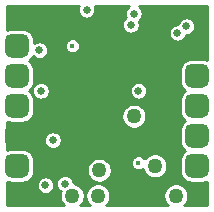
<source format=gbr>
%TF.GenerationSoftware,KiCad,Pcbnew,5.1.8*%
%TF.CreationDate,2020-11-29T14:50:24+01:00*%
%TF.ProjectId,lipo-stamp-proto,6c69706f-2d73-4746-916d-702d70726f74,rev?*%
%TF.SameCoordinates,Original*%
%TF.FileFunction,Copper,L4,Bot*%
%TF.FilePolarity,Positive*%
%FSLAX46Y46*%
G04 Gerber Fmt 4.6, Leading zero omitted, Abs format (unit mm)*
G04 Created by KiCad (PCBNEW 5.1.8) date 2020-11-29 14:50:24*
%MOMM*%
%LPD*%
G01*
G04 APERTURE LIST*
%TA.AperFunction,ViaPad*%
%ADD10C,0.450000*%
%TD*%
%TA.AperFunction,ViaPad*%
%ADD11C,1.270000*%
%TD*%
%TA.AperFunction,ViaPad*%
%ADD12C,0.635000*%
%TD*%
%TA.AperFunction,Conductor*%
%ADD13C,0.254000*%
%TD*%
%TA.AperFunction,Conductor*%
%ADD14C,0.100000*%
%TD*%
G04 APERTURE END LIST*
%TO.P,TP10,1*%
%TO.N,GND*%
%TA.AperFunction,ComponentPad*%
G36*
G01*
X123460000Y-55110000D02*
X123460000Y-54110000D01*
G75*
G02*
X123960000Y-53610000I500000J0D01*
G01*
X124960000Y-53610000D01*
G75*
G02*
X125460000Y-54110000I0J-500000D01*
G01*
X125460000Y-55110000D01*
G75*
G02*
X124960000Y-55610000I-500000J0D01*
G01*
X123960000Y-55610000D01*
G75*
G02*
X123460000Y-55110000I0J500000D01*
G01*
G37*
%TD.AperFunction*%
%TD*%
%TO.P,TP9,1*%
%TO.N,/STAT*%
%TA.AperFunction,ComponentPad*%
G36*
G01*
X123460000Y-62730000D02*
X123460000Y-61730000D01*
G75*
G02*
X123960000Y-61230000I500000J0D01*
G01*
X124960000Y-61230000D01*
G75*
G02*
X125460000Y-61730000I0J-500000D01*
G01*
X125460000Y-62730000D01*
G75*
G02*
X124960000Y-63230000I-500000J0D01*
G01*
X123960000Y-63230000D01*
G75*
G02*
X123460000Y-62730000I0J500000D01*
G01*
G37*
%TD.AperFunction*%
%TD*%
%TO.P,TP8,1*%
%TO.N,/+3v3*%
%TA.AperFunction,ComponentPad*%
G36*
G01*
X123460000Y-60190000D02*
X123460000Y-59190000D01*
G75*
G02*
X123960000Y-58690000I500000J0D01*
G01*
X124960000Y-58690000D01*
G75*
G02*
X125460000Y-59190000I0J-500000D01*
G01*
X125460000Y-60190000D01*
G75*
G02*
X124960000Y-60690000I-500000J0D01*
G01*
X123960000Y-60690000D01*
G75*
G02*
X123460000Y-60190000I0J500000D01*
G01*
G37*
%TD.AperFunction*%
%TD*%
%TO.P,TP7,1*%
%TO.N,/+BATT*%
%TA.AperFunction,ComponentPad*%
G36*
G01*
X123460000Y-57650000D02*
X123460000Y-56650000D01*
G75*
G02*
X123960000Y-56150000I500000J0D01*
G01*
X124960000Y-56150000D01*
G75*
G02*
X125460000Y-56650000I0J-500000D01*
G01*
X125460000Y-57650000D01*
G75*
G02*
X124960000Y-58150000I-500000J0D01*
G01*
X123960000Y-58150000D01*
G75*
G02*
X123460000Y-57650000I0J500000D01*
G01*
G37*
%TD.AperFunction*%
%TD*%
%TO.P,TP6,1*%
%TO.N,/VMAX*%
%TA.AperFunction,ComponentPad*%
G36*
G01*
X123460000Y-65270000D02*
X123460000Y-64270000D01*
G75*
G02*
X123960000Y-63770000I500000J0D01*
G01*
X124960000Y-63770000D01*
G75*
G02*
X125460000Y-64270000I0J-500000D01*
G01*
X125460000Y-65270000D01*
G75*
G02*
X124960000Y-65770000I-500000J0D01*
G01*
X123960000Y-65770000D01*
G75*
G02*
X123460000Y-65270000I0J500000D01*
G01*
G37*
%TD.AperFunction*%
%TD*%
%TO.P,TP5,1*%
%TO.N,/3v3_EN*%
%TA.AperFunction,ComponentPad*%
G36*
G01*
X108220000Y-60190000D02*
X108220000Y-59190000D01*
G75*
G02*
X108720000Y-58690000I500000J0D01*
G01*
X109720000Y-58690000D01*
G75*
G02*
X110220000Y-59190000I0J-500000D01*
G01*
X110220000Y-60190000D01*
G75*
G02*
X109720000Y-60690000I-500000J0D01*
G01*
X108720000Y-60690000D01*
G75*
G02*
X108220000Y-60190000I0J500000D01*
G01*
G37*
%TD.AperFunction*%
%TD*%
%TO.P,TP4,1*%
%TO.N,/+CHARGE*%
%TA.AperFunction,ComponentPad*%
G36*
G01*
X108220000Y-65270000D02*
X108220000Y-64270000D01*
G75*
G02*
X108720000Y-63770000I500000J0D01*
G01*
X109720000Y-63770000D01*
G75*
G02*
X110220000Y-64270000I0J-500000D01*
G01*
X110220000Y-65270000D01*
G75*
G02*
X109720000Y-65770000I-500000J0D01*
G01*
X108720000Y-65770000D01*
G75*
G02*
X108220000Y-65270000I0J500000D01*
G01*
G37*
%TD.AperFunction*%
%TD*%
%TO.P,TP3,1*%
%TO.N,GND*%
%TA.AperFunction,ComponentPad*%
G36*
G01*
X108220000Y-62730000D02*
X108220000Y-61730000D01*
G75*
G02*
X108720000Y-61230000I500000J0D01*
G01*
X109720000Y-61230000D01*
G75*
G02*
X110220000Y-61730000I0J-500000D01*
G01*
X110220000Y-62730000D01*
G75*
G02*
X109720000Y-63230000I-500000J0D01*
G01*
X108720000Y-63230000D01*
G75*
G02*
X108220000Y-62730000I0J500000D01*
G01*
G37*
%TD.AperFunction*%
%TD*%
%TO.P,TP2,1*%
%TO.N,/+BATT*%
%TA.AperFunction,ComponentPad*%
G36*
G01*
X108220000Y-57650000D02*
X108220000Y-56650000D01*
G75*
G02*
X108720000Y-56150000I500000J0D01*
G01*
X109720000Y-56150000D01*
G75*
G02*
X110220000Y-56650000I0J-500000D01*
G01*
X110220000Y-57650000D01*
G75*
G02*
X109720000Y-58150000I-500000J0D01*
G01*
X108720000Y-58150000D01*
G75*
G02*
X108220000Y-57650000I0J500000D01*
G01*
G37*
%TD.AperFunction*%
%TD*%
%TO.P,TP1,1*%
%TO.N,/-BATT_RAW*%
%TA.AperFunction,ComponentPad*%
G36*
G01*
X108220000Y-55110000D02*
X108220000Y-54110000D01*
G75*
G02*
X108720000Y-53610000I500000J0D01*
G01*
X109720000Y-53610000D01*
G75*
G02*
X110220000Y-54110000I0J-500000D01*
G01*
X110220000Y-55110000D01*
G75*
G02*
X109720000Y-55610000I-500000J0D01*
G01*
X108720000Y-55610000D01*
G75*
G02*
X108220000Y-55110000I0J500000D01*
G01*
G37*
%TD.AperFunction*%
%TD*%
D10*
%TO.N,GND*%
X116586000Y-58547000D03*
X113792000Y-58547000D03*
X115189000Y-59436000D03*
X115189000Y-57658000D03*
X116586000Y-59436000D03*
X113792000Y-57658000D03*
X116586000Y-57658000D03*
X113792000Y-59436000D03*
D11*
X112014000Y-54102000D03*
D12*
X110871000Y-67183000D03*
D10*
X117538500Y-57658000D03*
X117538500Y-58547000D03*
X117538500Y-59436000D03*
X112839500Y-59436000D03*
X112839500Y-58547000D03*
X112839500Y-57658000D03*
D11*
%TO.N,Net-(C1-Pad1)*%
X113919000Y-67310000D03*
X116205000Y-65151000D03*
D12*
X111125000Y-54990988D03*
D11*
%TO.N,/+BATT*%
X120904000Y-64770000D03*
D12*
X122809000Y-53530500D03*
%TO.N,/-BATT*%
X115125500Y-51562000D03*
X119126000Y-51879500D03*
%TO.N,Net-(D1-Pad1)*%
X113284000Y-66294000D03*
X112268000Y-62611000D03*
X119507000Y-58420000D03*
%TO.N,Net-(D2-Pad1)*%
X111252000Y-58420000D03*
X111633000Y-66421000D03*
D11*
%TO.N,/+CHARGE*%
X122682000Y-67310000D03*
X116078000Y-67310010D03*
%TO.N,/VMAX*%
X119126000Y-60579000D03*
D10*
%TO.N,/STAT*%
X113919000Y-54610000D03*
D12*
%TO.N,Net-(R6-Pad1)*%
X118872000Y-52832000D03*
X123571000Y-52959000D03*
D10*
%TO.N,/3v3_EN*%
X119507000Y-64516000D03*
%TD*%
D13*
%TO.N,GND*%
X114409611Y-51344837D02*
X114381000Y-51488673D01*
X114381000Y-51635327D01*
X114409611Y-51779163D01*
X114465733Y-51914653D01*
X114547209Y-52036591D01*
X114650909Y-52140291D01*
X114772847Y-52221767D01*
X114908337Y-52277889D01*
X115052173Y-52306500D01*
X115198827Y-52306500D01*
X115342663Y-52277889D01*
X115478153Y-52221767D01*
X115600091Y-52140291D01*
X115703791Y-52036591D01*
X115785267Y-51914653D01*
X115841389Y-51779163D01*
X115870000Y-51635327D01*
X115870000Y-51488673D01*
X115841389Y-51344837D01*
X115802935Y-51252000D01*
X118725056Y-51252000D01*
X118651409Y-51301209D01*
X118547709Y-51404909D01*
X118466233Y-51526847D01*
X118410111Y-51662337D01*
X118381500Y-51806173D01*
X118381500Y-51952827D01*
X118410111Y-52096663D01*
X118458307Y-52213018D01*
X118397409Y-52253709D01*
X118293709Y-52357409D01*
X118212233Y-52479347D01*
X118156111Y-52614837D01*
X118127500Y-52758673D01*
X118127500Y-52905327D01*
X118156111Y-53049163D01*
X118212233Y-53184653D01*
X118293709Y-53306591D01*
X118397409Y-53410291D01*
X118519347Y-53491767D01*
X118654837Y-53547889D01*
X118798673Y-53576500D01*
X118945327Y-53576500D01*
X119089163Y-53547889D01*
X119224653Y-53491767D01*
X119276426Y-53457173D01*
X122064500Y-53457173D01*
X122064500Y-53603827D01*
X122093111Y-53747663D01*
X122149233Y-53883153D01*
X122230709Y-54005091D01*
X122334409Y-54108791D01*
X122456347Y-54190267D01*
X122591837Y-54246389D01*
X122735673Y-54275000D01*
X122882327Y-54275000D01*
X123026163Y-54246389D01*
X123161653Y-54190267D01*
X123283591Y-54108791D01*
X123387291Y-54005091D01*
X123468767Y-53883153D01*
X123524889Y-53747663D01*
X123533674Y-53703500D01*
X123644327Y-53703500D01*
X123788163Y-53674889D01*
X123923653Y-53618767D01*
X124045591Y-53537291D01*
X124149291Y-53433591D01*
X124230767Y-53311653D01*
X124286889Y-53176163D01*
X124315500Y-53032327D01*
X124315500Y-52885673D01*
X124286889Y-52741837D01*
X124230767Y-52606347D01*
X124149291Y-52484409D01*
X124045591Y-52380709D01*
X123923653Y-52299233D01*
X123788163Y-52243111D01*
X123644327Y-52214500D01*
X123497673Y-52214500D01*
X123353837Y-52243111D01*
X123218347Y-52299233D01*
X123096409Y-52380709D01*
X122992709Y-52484409D01*
X122911233Y-52606347D01*
X122855111Y-52741837D01*
X122846326Y-52786000D01*
X122735673Y-52786000D01*
X122591837Y-52814611D01*
X122456347Y-52870733D01*
X122334409Y-52952209D01*
X122230709Y-53055909D01*
X122149233Y-53177847D01*
X122093111Y-53313337D01*
X122064500Y-53457173D01*
X119276426Y-53457173D01*
X119346591Y-53410291D01*
X119450291Y-53306591D01*
X119531767Y-53184653D01*
X119587889Y-53049163D01*
X119616500Y-52905327D01*
X119616500Y-52758673D01*
X119587889Y-52614837D01*
X119539693Y-52498482D01*
X119600591Y-52457791D01*
X119704291Y-52354091D01*
X119785767Y-52232153D01*
X119841889Y-52096663D01*
X119870500Y-51952827D01*
X119870500Y-51806173D01*
X119841889Y-51662337D01*
X119785767Y-51526847D01*
X119704291Y-51404909D01*
X119600591Y-51301209D01*
X119526944Y-51252000D01*
X125278001Y-51252000D01*
X125278001Y-55780268D01*
X125141252Y-55738786D01*
X124960000Y-55720934D01*
X123960000Y-55720934D01*
X123778748Y-55738786D01*
X123604462Y-55791655D01*
X123443839Y-55877510D01*
X123303051Y-55993051D01*
X123187510Y-56133839D01*
X123101655Y-56294462D01*
X123048786Y-56468748D01*
X123030934Y-56650000D01*
X123030934Y-57650000D01*
X123048786Y-57831252D01*
X123101655Y-58005538D01*
X123187510Y-58166161D01*
X123303051Y-58306949D01*
X123440805Y-58420000D01*
X123303051Y-58533051D01*
X123187510Y-58673839D01*
X123101655Y-58834462D01*
X123048786Y-59008748D01*
X123030934Y-59190000D01*
X123030934Y-60190000D01*
X123048786Y-60371252D01*
X123101655Y-60545538D01*
X123187510Y-60706161D01*
X123303051Y-60846949D01*
X123440805Y-60960000D01*
X123303051Y-61073051D01*
X123187510Y-61213839D01*
X123101655Y-61374462D01*
X123048786Y-61548748D01*
X123030934Y-61730000D01*
X123030934Y-62730000D01*
X123048786Y-62911252D01*
X123101655Y-63085538D01*
X123187510Y-63246161D01*
X123303051Y-63386949D01*
X123440805Y-63500000D01*
X123303051Y-63613051D01*
X123187510Y-63753839D01*
X123101655Y-63914462D01*
X123048786Y-64088748D01*
X123030934Y-64270000D01*
X123030934Y-65270000D01*
X123048786Y-65451252D01*
X123101655Y-65625538D01*
X123187510Y-65786161D01*
X123303051Y-65926949D01*
X123443839Y-66042490D01*
X123604462Y-66128345D01*
X123778748Y-66181214D01*
X123960000Y-66199066D01*
X124960000Y-66199066D01*
X125141252Y-66181214D01*
X125278000Y-66139732D01*
X125278000Y-68128000D01*
X123365896Y-68128000D01*
X123506910Y-67986986D01*
X123623133Y-67813046D01*
X123703188Y-67619774D01*
X123744000Y-67414598D01*
X123744000Y-67205402D01*
X123703188Y-67000226D01*
X123623133Y-66806954D01*
X123506910Y-66633014D01*
X123358986Y-66485090D01*
X123185046Y-66368867D01*
X122991774Y-66288812D01*
X122786598Y-66248000D01*
X122577402Y-66248000D01*
X122372226Y-66288812D01*
X122178954Y-66368867D01*
X122005014Y-66485090D01*
X121857090Y-66633014D01*
X121740867Y-66806954D01*
X121660812Y-67000226D01*
X121620000Y-67205402D01*
X121620000Y-67414598D01*
X121660812Y-67619774D01*
X121740867Y-67813046D01*
X121857090Y-67986986D01*
X121998104Y-68128000D01*
X116761906Y-68128000D01*
X116902910Y-67986996D01*
X117019133Y-67813056D01*
X117099188Y-67619784D01*
X117140000Y-67414608D01*
X117140000Y-67205412D01*
X117099188Y-67000236D01*
X117019133Y-66806964D01*
X116902910Y-66633024D01*
X116754986Y-66485100D01*
X116581046Y-66368877D01*
X116387774Y-66288822D01*
X116182598Y-66248010D01*
X115973402Y-66248010D01*
X115768226Y-66288822D01*
X115574954Y-66368877D01*
X115401014Y-66485100D01*
X115253090Y-66633024D01*
X115136867Y-66806964D01*
X115056812Y-67000236D01*
X115016000Y-67205412D01*
X115016000Y-67414608D01*
X115056812Y-67619784D01*
X115136867Y-67813056D01*
X115253090Y-67986996D01*
X115394094Y-68128000D01*
X114602896Y-68128000D01*
X114743910Y-67986986D01*
X114860133Y-67813046D01*
X114940188Y-67619774D01*
X114981000Y-67414598D01*
X114981000Y-67205402D01*
X114940188Y-67000226D01*
X114860133Y-66806954D01*
X114743910Y-66633014D01*
X114595986Y-66485090D01*
X114422046Y-66368867D01*
X114228774Y-66288812D01*
X114028500Y-66248975D01*
X114028500Y-66220673D01*
X113999889Y-66076837D01*
X113943767Y-65941347D01*
X113862291Y-65819409D01*
X113758591Y-65715709D01*
X113636653Y-65634233D01*
X113501163Y-65578111D01*
X113357327Y-65549500D01*
X113210673Y-65549500D01*
X113066837Y-65578111D01*
X112931347Y-65634233D01*
X112809409Y-65715709D01*
X112705709Y-65819409D01*
X112624233Y-65941347D01*
X112568111Y-66076837D01*
X112539500Y-66220673D01*
X112539500Y-66367327D01*
X112568111Y-66511163D01*
X112624233Y-66646653D01*
X112705709Y-66768591D01*
X112809409Y-66872291D01*
X112920154Y-66946288D01*
X112897812Y-67000226D01*
X112857000Y-67205402D01*
X112857000Y-67414598D01*
X112897812Y-67619774D01*
X112977867Y-67813046D01*
X113094090Y-67986986D01*
X113235104Y-68128000D01*
X108402000Y-68128000D01*
X108402000Y-66347673D01*
X110888500Y-66347673D01*
X110888500Y-66494327D01*
X110917111Y-66638163D01*
X110973233Y-66773653D01*
X111054709Y-66895591D01*
X111158409Y-66999291D01*
X111280347Y-67080767D01*
X111415837Y-67136889D01*
X111559673Y-67165500D01*
X111706327Y-67165500D01*
X111850163Y-67136889D01*
X111985653Y-67080767D01*
X112107591Y-66999291D01*
X112211291Y-66895591D01*
X112292767Y-66773653D01*
X112348889Y-66638163D01*
X112377500Y-66494327D01*
X112377500Y-66347673D01*
X112348889Y-66203837D01*
X112292767Y-66068347D01*
X112211291Y-65946409D01*
X112107591Y-65842709D01*
X111985653Y-65761233D01*
X111850163Y-65705111D01*
X111706327Y-65676500D01*
X111559673Y-65676500D01*
X111415837Y-65705111D01*
X111280347Y-65761233D01*
X111158409Y-65842709D01*
X111054709Y-65946409D01*
X110973233Y-66068347D01*
X110917111Y-66203837D01*
X110888500Y-66347673D01*
X108402000Y-66347673D01*
X108402000Y-66139732D01*
X108538748Y-66181214D01*
X108720000Y-66199066D01*
X109720000Y-66199066D01*
X109901252Y-66181214D01*
X110075538Y-66128345D01*
X110236161Y-66042490D01*
X110376949Y-65926949D01*
X110492490Y-65786161D01*
X110578345Y-65625538D01*
X110631214Y-65451252D01*
X110649066Y-65270000D01*
X110649066Y-65046402D01*
X115143000Y-65046402D01*
X115143000Y-65255598D01*
X115183812Y-65460774D01*
X115263867Y-65654046D01*
X115380090Y-65827986D01*
X115528014Y-65975910D01*
X115701954Y-66092133D01*
X115895226Y-66172188D01*
X116100402Y-66213000D01*
X116309598Y-66213000D01*
X116514774Y-66172188D01*
X116708046Y-66092133D01*
X116881986Y-65975910D01*
X117029910Y-65827986D01*
X117146133Y-65654046D01*
X117226188Y-65460774D01*
X117267000Y-65255598D01*
X117267000Y-65046402D01*
X117226188Y-64841226D01*
X117146133Y-64647954D01*
X117029910Y-64474014D01*
X117007680Y-64451784D01*
X118855000Y-64451784D01*
X118855000Y-64580216D01*
X118880056Y-64706181D01*
X118929205Y-64824838D01*
X119000558Y-64931626D01*
X119091374Y-65022442D01*
X119198162Y-65093795D01*
X119316819Y-65142944D01*
X119442784Y-65168000D01*
X119571216Y-65168000D01*
X119697181Y-65142944D01*
X119815838Y-65093795D01*
X119877417Y-65052650D01*
X119882812Y-65079774D01*
X119962867Y-65273046D01*
X120079090Y-65446986D01*
X120227014Y-65594910D01*
X120400954Y-65711133D01*
X120594226Y-65791188D01*
X120799402Y-65832000D01*
X121008598Y-65832000D01*
X121213774Y-65791188D01*
X121407046Y-65711133D01*
X121580986Y-65594910D01*
X121728910Y-65446986D01*
X121845133Y-65273046D01*
X121925188Y-65079774D01*
X121966000Y-64874598D01*
X121966000Y-64665402D01*
X121925188Y-64460226D01*
X121845133Y-64266954D01*
X121728910Y-64093014D01*
X121580986Y-63945090D01*
X121407046Y-63828867D01*
X121213774Y-63748812D01*
X121008598Y-63708000D01*
X120799402Y-63708000D01*
X120594226Y-63748812D01*
X120400954Y-63828867D01*
X120227014Y-63945090D01*
X120079090Y-64093014D01*
X120043807Y-64145819D01*
X120013442Y-64100374D01*
X119922626Y-64009558D01*
X119815838Y-63938205D01*
X119697181Y-63889056D01*
X119571216Y-63864000D01*
X119442784Y-63864000D01*
X119316819Y-63889056D01*
X119198162Y-63938205D01*
X119091374Y-64009558D01*
X119000558Y-64100374D01*
X118929205Y-64207162D01*
X118880056Y-64325819D01*
X118855000Y-64451784D01*
X117007680Y-64451784D01*
X116881986Y-64326090D01*
X116708046Y-64209867D01*
X116514774Y-64129812D01*
X116309598Y-64089000D01*
X116100402Y-64089000D01*
X115895226Y-64129812D01*
X115701954Y-64209867D01*
X115528014Y-64326090D01*
X115380090Y-64474014D01*
X115263867Y-64647954D01*
X115183812Y-64841226D01*
X115143000Y-65046402D01*
X110649066Y-65046402D01*
X110649066Y-64270000D01*
X110631214Y-64088748D01*
X110578345Y-63914462D01*
X110492490Y-63753839D01*
X110376949Y-63613051D01*
X110236161Y-63497510D01*
X110075538Y-63411655D01*
X109901252Y-63358786D01*
X109720000Y-63340934D01*
X108720000Y-63340934D01*
X108538748Y-63358786D01*
X108402000Y-63400268D01*
X108402000Y-62537673D01*
X111523500Y-62537673D01*
X111523500Y-62684327D01*
X111552111Y-62828163D01*
X111608233Y-62963653D01*
X111689709Y-63085591D01*
X111793409Y-63189291D01*
X111915347Y-63270767D01*
X112050837Y-63326889D01*
X112194673Y-63355500D01*
X112341327Y-63355500D01*
X112485163Y-63326889D01*
X112620653Y-63270767D01*
X112742591Y-63189291D01*
X112846291Y-63085591D01*
X112927767Y-62963653D01*
X112983889Y-62828163D01*
X113012500Y-62684327D01*
X113012500Y-62537673D01*
X112983889Y-62393837D01*
X112927767Y-62258347D01*
X112846291Y-62136409D01*
X112742591Y-62032709D01*
X112620653Y-61951233D01*
X112485163Y-61895111D01*
X112341327Y-61866500D01*
X112194673Y-61866500D01*
X112050837Y-61895111D01*
X111915347Y-61951233D01*
X111793409Y-62032709D01*
X111689709Y-62136409D01*
X111608233Y-62258347D01*
X111552111Y-62393837D01*
X111523500Y-62537673D01*
X108402000Y-62537673D01*
X108402000Y-61059732D01*
X108538748Y-61101214D01*
X108720000Y-61119066D01*
X109720000Y-61119066D01*
X109901252Y-61101214D01*
X110075538Y-61048345D01*
X110236161Y-60962490D01*
X110376949Y-60846949D01*
X110492490Y-60706161D01*
X110578345Y-60545538D01*
X110599923Y-60474402D01*
X118064000Y-60474402D01*
X118064000Y-60683598D01*
X118104812Y-60888774D01*
X118184867Y-61082046D01*
X118301090Y-61255986D01*
X118449014Y-61403910D01*
X118622954Y-61520133D01*
X118816226Y-61600188D01*
X119021402Y-61641000D01*
X119230598Y-61641000D01*
X119435774Y-61600188D01*
X119629046Y-61520133D01*
X119802986Y-61403910D01*
X119950910Y-61255986D01*
X120067133Y-61082046D01*
X120147188Y-60888774D01*
X120188000Y-60683598D01*
X120188000Y-60474402D01*
X120147188Y-60269226D01*
X120067133Y-60075954D01*
X119950910Y-59902014D01*
X119802986Y-59754090D01*
X119629046Y-59637867D01*
X119435774Y-59557812D01*
X119230598Y-59517000D01*
X119021402Y-59517000D01*
X118816226Y-59557812D01*
X118622954Y-59637867D01*
X118449014Y-59754090D01*
X118301090Y-59902014D01*
X118184867Y-60075954D01*
X118104812Y-60269226D01*
X118064000Y-60474402D01*
X110599923Y-60474402D01*
X110631214Y-60371252D01*
X110649066Y-60190000D01*
X110649066Y-59190000D01*
X110631214Y-59008748D01*
X110578345Y-58834462D01*
X110492490Y-58673839D01*
X110376949Y-58533051D01*
X110239195Y-58420000D01*
X110328544Y-58346673D01*
X110507500Y-58346673D01*
X110507500Y-58493327D01*
X110536111Y-58637163D01*
X110592233Y-58772653D01*
X110673709Y-58894591D01*
X110777409Y-58998291D01*
X110899347Y-59079767D01*
X111034837Y-59135889D01*
X111178673Y-59164500D01*
X111325327Y-59164500D01*
X111469163Y-59135889D01*
X111604653Y-59079767D01*
X111726591Y-58998291D01*
X111830291Y-58894591D01*
X111911767Y-58772653D01*
X111967889Y-58637163D01*
X111996500Y-58493327D01*
X111996500Y-58346673D01*
X118762500Y-58346673D01*
X118762500Y-58493327D01*
X118791111Y-58637163D01*
X118847233Y-58772653D01*
X118928709Y-58894591D01*
X119032409Y-58998291D01*
X119154347Y-59079767D01*
X119289837Y-59135889D01*
X119433673Y-59164500D01*
X119580327Y-59164500D01*
X119724163Y-59135889D01*
X119859653Y-59079767D01*
X119981591Y-58998291D01*
X120085291Y-58894591D01*
X120166767Y-58772653D01*
X120222889Y-58637163D01*
X120251500Y-58493327D01*
X120251500Y-58346673D01*
X120222889Y-58202837D01*
X120166767Y-58067347D01*
X120085291Y-57945409D01*
X119981591Y-57841709D01*
X119859653Y-57760233D01*
X119724163Y-57704111D01*
X119580327Y-57675500D01*
X119433673Y-57675500D01*
X119289837Y-57704111D01*
X119154347Y-57760233D01*
X119032409Y-57841709D01*
X118928709Y-57945409D01*
X118847233Y-58067347D01*
X118791111Y-58202837D01*
X118762500Y-58346673D01*
X111996500Y-58346673D01*
X111967889Y-58202837D01*
X111911767Y-58067347D01*
X111830291Y-57945409D01*
X111726591Y-57841709D01*
X111604653Y-57760233D01*
X111469163Y-57704111D01*
X111325327Y-57675500D01*
X111178673Y-57675500D01*
X111034837Y-57704111D01*
X110899347Y-57760233D01*
X110777409Y-57841709D01*
X110673709Y-57945409D01*
X110592233Y-58067347D01*
X110536111Y-58202837D01*
X110507500Y-58346673D01*
X110328544Y-58346673D01*
X110376949Y-58306949D01*
X110492490Y-58166161D01*
X110578345Y-58005538D01*
X110631214Y-57831252D01*
X110649066Y-57650000D01*
X110649066Y-56650000D01*
X110631214Y-56468748D01*
X110578345Y-56294462D01*
X110492490Y-56133839D01*
X110376949Y-55993051D01*
X110239195Y-55880000D01*
X110376949Y-55766949D01*
X110492490Y-55626161D01*
X110567311Y-55486181D01*
X110650409Y-55569279D01*
X110772347Y-55650755D01*
X110907837Y-55706877D01*
X111051673Y-55735488D01*
X111198327Y-55735488D01*
X111342163Y-55706877D01*
X111477653Y-55650755D01*
X111599591Y-55569279D01*
X111703291Y-55465579D01*
X111784767Y-55343641D01*
X111840889Y-55208151D01*
X111869500Y-55064315D01*
X111869500Y-54917661D01*
X111840889Y-54773825D01*
X111784767Y-54638335D01*
X111722927Y-54545784D01*
X113267000Y-54545784D01*
X113267000Y-54674216D01*
X113292056Y-54800181D01*
X113341205Y-54918838D01*
X113412558Y-55025626D01*
X113503374Y-55116442D01*
X113610162Y-55187795D01*
X113728819Y-55236944D01*
X113854784Y-55262000D01*
X113983216Y-55262000D01*
X114109181Y-55236944D01*
X114227838Y-55187795D01*
X114334626Y-55116442D01*
X114425442Y-55025626D01*
X114496795Y-54918838D01*
X114545944Y-54800181D01*
X114571000Y-54674216D01*
X114571000Y-54545784D01*
X114545944Y-54419819D01*
X114496795Y-54301162D01*
X114425442Y-54194374D01*
X114334626Y-54103558D01*
X114227838Y-54032205D01*
X114109181Y-53983056D01*
X113983216Y-53958000D01*
X113854784Y-53958000D01*
X113728819Y-53983056D01*
X113610162Y-54032205D01*
X113503374Y-54103558D01*
X113412558Y-54194374D01*
X113341205Y-54301162D01*
X113292056Y-54419819D01*
X113267000Y-54545784D01*
X111722927Y-54545784D01*
X111703291Y-54516397D01*
X111599591Y-54412697D01*
X111477653Y-54331221D01*
X111342163Y-54275099D01*
X111198327Y-54246488D01*
X111051673Y-54246488D01*
X110907837Y-54275099D01*
X110772347Y-54331221D01*
X110650409Y-54412697D01*
X110649066Y-54414040D01*
X110649066Y-54110000D01*
X110631214Y-53928748D01*
X110578345Y-53754462D01*
X110492490Y-53593839D01*
X110376949Y-53453051D01*
X110236161Y-53337510D01*
X110075538Y-53251655D01*
X109901252Y-53198786D01*
X109720000Y-53180934D01*
X108720000Y-53180934D01*
X108538748Y-53198786D01*
X108402000Y-53240268D01*
X108402000Y-51252000D01*
X114448065Y-51252000D01*
X114409611Y-51344837D01*
%TA.AperFunction,Conductor*%
D14*
G36*
X114409611Y-51344837D02*
G01*
X114381000Y-51488673D01*
X114381000Y-51635327D01*
X114409611Y-51779163D01*
X114465733Y-51914653D01*
X114547209Y-52036591D01*
X114650909Y-52140291D01*
X114772847Y-52221767D01*
X114908337Y-52277889D01*
X115052173Y-52306500D01*
X115198827Y-52306500D01*
X115342663Y-52277889D01*
X115478153Y-52221767D01*
X115600091Y-52140291D01*
X115703791Y-52036591D01*
X115785267Y-51914653D01*
X115841389Y-51779163D01*
X115870000Y-51635327D01*
X115870000Y-51488673D01*
X115841389Y-51344837D01*
X115802935Y-51252000D01*
X118725056Y-51252000D01*
X118651409Y-51301209D01*
X118547709Y-51404909D01*
X118466233Y-51526847D01*
X118410111Y-51662337D01*
X118381500Y-51806173D01*
X118381500Y-51952827D01*
X118410111Y-52096663D01*
X118458307Y-52213018D01*
X118397409Y-52253709D01*
X118293709Y-52357409D01*
X118212233Y-52479347D01*
X118156111Y-52614837D01*
X118127500Y-52758673D01*
X118127500Y-52905327D01*
X118156111Y-53049163D01*
X118212233Y-53184653D01*
X118293709Y-53306591D01*
X118397409Y-53410291D01*
X118519347Y-53491767D01*
X118654837Y-53547889D01*
X118798673Y-53576500D01*
X118945327Y-53576500D01*
X119089163Y-53547889D01*
X119224653Y-53491767D01*
X119276426Y-53457173D01*
X122064500Y-53457173D01*
X122064500Y-53603827D01*
X122093111Y-53747663D01*
X122149233Y-53883153D01*
X122230709Y-54005091D01*
X122334409Y-54108791D01*
X122456347Y-54190267D01*
X122591837Y-54246389D01*
X122735673Y-54275000D01*
X122882327Y-54275000D01*
X123026163Y-54246389D01*
X123161653Y-54190267D01*
X123283591Y-54108791D01*
X123387291Y-54005091D01*
X123468767Y-53883153D01*
X123524889Y-53747663D01*
X123533674Y-53703500D01*
X123644327Y-53703500D01*
X123788163Y-53674889D01*
X123923653Y-53618767D01*
X124045591Y-53537291D01*
X124149291Y-53433591D01*
X124230767Y-53311653D01*
X124286889Y-53176163D01*
X124315500Y-53032327D01*
X124315500Y-52885673D01*
X124286889Y-52741837D01*
X124230767Y-52606347D01*
X124149291Y-52484409D01*
X124045591Y-52380709D01*
X123923653Y-52299233D01*
X123788163Y-52243111D01*
X123644327Y-52214500D01*
X123497673Y-52214500D01*
X123353837Y-52243111D01*
X123218347Y-52299233D01*
X123096409Y-52380709D01*
X122992709Y-52484409D01*
X122911233Y-52606347D01*
X122855111Y-52741837D01*
X122846326Y-52786000D01*
X122735673Y-52786000D01*
X122591837Y-52814611D01*
X122456347Y-52870733D01*
X122334409Y-52952209D01*
X122230709Y-53055909D01*
X122149233Y-53177847D01*
X122093111Y-53313337D01*
X122064500Y-53457173D01*
X119276426Y-53457173D01*
X119346591Y-53410291D01*
X119450291Y-53306591D01*
X119531767Y-53184653D01*
X119587889Y-53049163D01*
X119616500Y-52905327D01*
X119616500Y-52758673D01*
X119587889Y-52614837D01*
X119539693Y-52498482D01*
X119600591Y-52457791D01*
X119704291Y-52354091D01*
X119785767Y-52232153D01*
X119841889Y-52096663D01*
X119870500Y-51952827D01*
X119870500Y-51806173D01*
X119841889Y-51662337D01*
X119785767Y-51526847D01*
X119704291Y-51404909D01*
X119600591Y-51301209D01*
X119526944Y-51252000D01*
X125278001Y-51252000D01*
X125278001Y-55780268D01*
X125141252Y-55738786D01*
X124960000Y-55720934D01*
X123960000Y-55720934D01*
X123778748Y-55738786D01*
X123604462Y-55791655D01*
X123443839Y-55877510D01*
X123303051Y-55993051D01*
X123187510Y-56133839D01*
X123101655Y-56294462D01*
X123048786Y-56468748D01*
X123030934Y-56650000D01*
X123030934Y-57650000D01*
X123048786Y-57831252D01*
X123101655Y-58005538D01*
X123187510Y-58166161D01*
X123303051Y-58306949D01*
X123440805Y-58420000D01*
X123303051Y-58533051D01*
X123187510Y-58673839D01*
X123101655Y-58834462D01*
X123048786Y-59008748D01*
X123030934Y-59190000D01*
X123030934Y-60190000D01*
X123048786Y-60371252D01*
X123101655Y-60545538D01*
X123187510Y-60706161D01*
X123303051Y-60846949D01*
X123440805Y-60960000D01*
X123303051Y-61073051D01*
X123187510Y-61213839D01*
X123101655Y-61374462D01*
X123048786Y-61548748D01*
X123030934Y-61730000D01*
X123030934Y-62730000D01*
X123048786Y-62911252D01*
X123101655Y-63085538D01*
X123187510Y-63246161D01*
X123303051Y-63386949D01*
X123440805Y-63500000D01*
X123303051Y-63613051D01*
X123187510Y-63753839D01*
X123101655Y-63914462D01*
X123048786Y-64088748D01*
X123030934Y-64270000D01*
X123030934Y-65270000D01*
X123048786Y-65451252D01*
X123101655Y-65625538D01*
X123187510Y-65786161D01*
X123303051Y-65926949D01*
X123443839Y-66042490D01*
X123604462Y-66128345D01*
X123778748Y-66181214D01*
X123960000Y-66199066D01*
X124960000Y-66199066D01*
X125141252Y-66181214D01*
X125278000Y-66139732D01*
X125278000Y-68128000D01*
X123365896Y-68128000D01*
X123506910Y-67986986D01*
X123623133Y-67813046D01*
X123703188Y-67619774D01*
X123744000Y-67414598D01*
X123744000Y-67205402D01*
X123703188Y-67000226D01*
X123623133Y-66806954D01*
X123506910Y-66633014D01*
X123358986Y-66485090D01*
X123185046Y-66368867D01*
X122991774Y-66288812D01*
X122786598Y-66248000D01*
X122577402Y-66248000D01*
X122372226Y-66288812D01*
X122178954Y-66368867D01*
X122005014Y-66485090D01*
X121857090Y-66633014D01*
X121740867Y-66806954D01*
X121660812Y-67000226D01*
X121620000Y-67205402D01*
X121620000Y-67414598D01*
X121660812Y-67619774D01*
X121740867Y-67813046D01*
X121857090Y-67986986D01*
X121998104Y-68128000D01*
X116761906Y-68128000D01*
X116902910Y-67986996D01*
X117019133Y-67813056D01*
X117099188Y-67619784D01*
X117140000Y-67414608D01*
X117140000Y-67205412D01*
X117099188Y-67000236D01*
X117019133Y-66806964D01*
X116902910Y-66633024D01*
X116754986Y-66485100D01*
X116581046Y-66368877D01*
X116387774Y-66288822D01*
X116182598Y-66248010D01*
X115973402Y-66248010D01*
X115768226Y-66288822D01*
X115574954Y-66368877D01*
X115401014Y-66485100D01*
X115253090Y-66633024D01*
X115136867Y-66806964D01*
X115056812Y-67000236D01*
X115016000Y-67205412D01*
X115016000Y-67414608D01*
X115056812Y-67619784D01*
X115136867Y-67813056D01*
X115253090Y-67986996D01*
X115394094Y-68128000D01*
X114602896Y-68128000D01*
X114743910Y-67986986D01*
X114860133Y-67813046D01*
X114940188Y-67619774D01*
X114981000Y-67414598D01*
X114981000Y-67205402D01*
X114940188Y-67000226D01*
X114860133Y-66806954D01*
X114743910Y-66633014D01*
X114595986Y-66485090D01*
X114422046Y-66368867D01*
X114228774Y-66288812D01*
X114028500Y-66248975D01*
X114028500Y-66220673D01*
X113999889Y-66076837D01*
X113943767Y-65941347D01*
X113862291Y-65819409D01*
X113758591Y-65715709D01*
X113636653Y-65634233D01*
X113501163Y-65578111D01*
X113357327Y-65549500D01*
X113210673Y-65549500D01*
X113066837Y-65578111D01*
X112931347Y-65634233D01*
X112809409Y-65715709D01*
X112705709Y-65819409D01*
X112624233Y-65941347D01*
X112568111Y-66076837D01*
X112539500Y-66220673D01*
X112539500Y-66367327D01*
X112568111Y-66511163D01*
X112624233Y-66646653D01*
X112705709Y-66768591D01*
X112809409Y-66872291D01*
X112920154Y-66946288D01*
X112897812Y-67000226D01*
X112857000Y-67205402D01*
X112857000Y-67414598D01*
X112897812Y-67619774D01*
X112977867Y-67813046D01*
X113094090Y-67986986D01*
X113235104Y-68128000D01*
X108402000Y-68128000D01*
X108402000Y-66347673D01*
X110888500Y-66347673D01*
X110888500Y-66494327D01*
X110917111Y-66638163D01*
X110973233Y-66773653D01*
X111054709Y-66895591D01*
X111158409Y-66999291D01*
X111280347Y-67080767D01*
X111415837Y-67136889D01*
X111559673Y-67165500D01*
X111706327Y-67165500D01*
X111850163Y-67136889D01*
X111985653Y-67080767D01*
X112107591Y-66999291D01*
X112211291Y-66895591D01*
X112292767Y-66773653D01*
X112348889Y-66638163D01*
X112377500Y-66494327D01*
X112377500Y-66347673D01*
X112348889Y-66203837D01*
X112292767Y-66068347D01*
X112211291Y-65946409D01*
X112107591Y-65842709D01*
X111985653Y-65761233D01*
X111850163Y-65705111D01*
X111706327Y-65676500D01*
X111559673Y-65676500D01*
X111415837Y-65705111D01*
X111280347Y-65761233D01*
X111158409Y-65842709D01*
X111054709Y-65946409D01*
X110973233Y-66068347D01*
X110917111Y-66203837D01*
X110888500Y-66347673D01*
X108402000Y-66347673D01*
X108402000Y-66139732D01*
X108538748Y-66181214D01*
X108720000Y-66199066D01*
X109720000Y-66199066D01*
X109901252Y-66181214D01*
X110075538Y-66128345D01*
X110236161Y-66042490D01*
X110376949Y-65926949D01*
X110492490Y-65786161D01*
X110578345Y-65625538D01*
X110631214Y-65451252D01*
X110649066Y-65270000D01*
X110649066Y-65046402D01*
X115143000Y-65046402D01*
X115143000Y-65255598D01*
X115183812Y-65460774D01*
X115263867Y-65654046D01*
X115380090Y-65827986D01*
X115528014Y-65975910D01*
X115701954Y-66092133D01*
X115895226Y-66172188D01*
X116100402Y-66213000D01*
X116309598Y-66213000D01*
X116514774Y-66172188D01*
X116708046Y-66092133D01*
X116881986Y-65975910D01*
X117029910Y-65827986D01*
X117146133Y-65654046D01*
X117226188Y-65460774D01*
X117267000Y-65255598D01*
X117267000Y-65046402D01*
X117226188Y-64841226D01*
X117146133Y-64647954D01*
X117029910Y-64474014D01*
X117007680Y-64451784D01*
X118855000Y-64451784D01*
X118855000Y-64580216D01*
X118880056Y-64706181D01*
X118929205Y-64824838D01*
X119000558Y-64931626D01*
X119091374Y-65022442D01*
X119198162Y-65093795D01*
X119316819Y-65142944D01*
X119442784Y-65168000D01*
X119571216Y-65168000D01*
X119697181Y-65142944D01*
X119815838Y-65093795D01*
X119877417Y-65052650D01*
X119882812Y-65079774D01*
X119962867Y-65273046D01*
X120079090Y-65446986D01*
X120227014Y-65594910D01*
X120400954Y-65711133D01*
X120594226Y-65791188D01*
X120799402Y-65832000D01*
X121008598Y-65832000D01*
X121213774Y-65791188D01*
X121407046Y-65711133D01*
X121580986Y-65594910D01*
X121728910Y-65446986D01*
X121845133Y-65273046D01*
X121925188Y-65079774D01*
X121966000Y-64874598D01*
X121966000Y-64665402D01*
X121925188Y-64460226D01*
X121845133Y-64266954D01*
X121728910Y-64093014D01*
X121580986Y-63945090D01*
X121407046Y-63828867D01*
X121213774Y-63748812D01*
X121008598Y-63708000D01*
X120799402Y-63708000D01*
X120594226Y-63748812D01*
X120400954Y-63828867D01*
X120227014Y-63945090D01*
X120079090Y-64093014D01*
X120043807Y-64145819D01*
X120013442Y-64100374D01*
X119922626Y-64009558D01*
X119815838Y-63938205D01*
X119697181Y-63889056D01*
X119571216Y-63864000D01*
X119442784Y-63864000D01*
X119316819Y-63889056D01*
X119198162Y-63938205D01*
X119091374Y-64009558D01*
X119000558Y-64100374D01*
X118929205Y-64207162D01*
X118880056Y-64325819D01*
X118855000Y-64451784D01*
X117007680Y-64451784D01*
X116881986Y-64326090D01*
X116708046Y-64209867D01*
X116514774Y-64129812D01*
X116309598Y-64089000D01*
X116100402Y-64089000D01*
X115895226Y-64129812D01*
X115701954Y-64209867D01*
X115528014Y-64326090D01*
X115380090Y-64474014D01*
X115263867Y-64647954D01*
X115183812Y-64841226D01*
X115143000Y-65046402D01*
X110649066Y-65046402D01*
X110649066Y-64270000D01*
X110631214Y-64088748D01*
X110578345Y-63914462D01*
X110492490Y-63753839D01*
X110376949Y-63613051D01*
X110236161Y-63497510D01*
X110075538Y-63411655D01*
X109901252Y-63358786D01*
X109720000Y-63340934D01*
X108720000Y-63340934D01*
X108538748Y-63358786D01*
X108402000Y-63400268D01*
X108402000Y-62537673D01*
X111523500Y-62537673D01*
X111523500Y-62684327D01*
X111552111Y-62828163D01*
X111608233Y-62963653D01*
X111689709Y-63085591D01*
X111793409Y-63189291D01*
X111915347Y-63270767D01*
X112050837Y-63326889D01*
X112194673Y-63355500D01*
X112341327Y-63355500D01*
X112485163Y-63326889D01*
X112620653Y-63270767D01*
X112742591Y-63189291D01*
X112846291Y-63085591D01*
X112927767Y-62963653D01*
X112983889Y-62828163D01*
X113012500Y-62684327D01*
X113012500Y-62537673D01*
X112983889Y-62393837D01*
X112927767Y-62258347D01*
X112846291Y-62136409D01*
X112742591Y-62032709D01*
X112620653Y-61951233D01*
X112485163Y-61895111D01*
X112341327Y-61866500D01*
X112194673Y-61866500D01*
X112050837Y-61895111D01*
X111915347Y-61951233D01*
X111793409Y-62032709D01*
X111689709Y-62136409D01*
X111608233Y-62258347D01*
X111552111Y-62393837D01*
X111523500Y-62537673D01*
X108402000Y-62537673D01*
X108402000Y-61059732D01*
X108538748Y-61101214D01*
X108720000Y-61119066D01*
X109720000Y-61119066D01*
X109901252Y-61101214D01*
X110075538Y-61048345D01*
X110236161Y-60962490D01*
X110376949Y-60846949D01*
X110492490Y-60706161D01*
X110578345Y-60545538D01*
X110599923Y-60474402D01*
X118064000Y-60474402D01*
X118064000Y-60683598D01*
X118104812Y-60888774D01*
X118184867Y-61082046D01*
X118301090Y-61255986D01*
X118449014Y-61403910D01*
X118622954Y-61520133D01*
X118816226Y-61600188D01*
X119021402Y-61641000D01*
X119230598Y-61641000D01*
X119435774Y-61600188D01*
X119629046Y-61520133D01*
X119802986Y-61403910D01*
X119950910Y-61255986D01*
X120067133Y-61082046D01*
X120147188Y-60888774D01*
X120188000Y-60683598D01*
X120188000Y-60474402D01*
X120147188Y-60269226D01*
X120067133Y-60075954D01*
X119950910Y-59902014D01*
X119802986Y-59754090D01*
X119629046Y-59637867D01*
X119435774Y-59557812D01*
X119230598Y-59517000D01*
X119021402Y-59517000D01*
X118816226Y-59557812D01*
X118622954Y-59637867D01*
X118449014Y-59754090D01*
X118301090Y-59902014D01*
X118184867Y-60075954D01*
X118104812Y-60269226D01*
X118064000Y-60474402D01*
X110599923Y-60474402D01*
X110631214Y-60371252D01*
X110649066Y-60190000D01*
X110649066Y-59190000D01*
X110631214Y-59008748D01*
X110578345Y-58834462D01*
X110492490Y-58673839D01*
X110376949Y-58533051D01*
X110239195Y-58420000D01*
X110328544Y-58346673D01*
X110507500Y-58346673D01*
X110507500Y-58493327D01*
X110536111Y-58637163D01*
X110592233Y-58772653D01*
X110673709Y-58894591D01*
X110777409Y-58998291D01*
X110899347Y-59079767D01*
X111034837Y-59135889D01*
X111178673Y-59164500D01*
X111325327Y-59164500D01*
X111469163Y-59135889D01*
X111604653Y-59079767D01*
X111726591Y-58998291D01*
X111830291Y-58894591D01*
X111911767Y-58772653D01*
X111967889Y-58637163D01*
X111996500Y-58493327D01*
X111996500Y-58346673D01*
X118762500Y-58346673D01*
X118762500Y-58493327D01*
X118791111Y-58637163D01*
X118847233Y-58772653D01*
X118928709Y-58894591D01*
X119032409Y-58998291D01*
X119154347Y-59079767D01*
X119289837Y-59135889D01*
X119433673Y-59164500D01*
X119580327Y-59164500D01*
X119724163Y-59135889D01*
X119859653Y-59079767D01*
X119981591Y-58998291D01*
X120085291Y-58894591D01*
X120166767Y-58772653D01*
X120222889Y-58637163D01*
X120251500Y-58493327D01*
X120251500Y-58346673D01*
X120222889Y-58202837D01*
X120166767Y-58067347D01*
X120085291Y-57945409D01*
X119981591Y-57841709D01*
X119859653Y-57760233D01*
X119724163Y-57704111D01*
X119580327Y-57675500D01*
X119433673Y-57675500D01*
X119289837Y-57704111D01*
X119154347Y-57760233D01*
X119032409Y-57841709D01*
X118928709Y-57945409D01*
X118847233Y-58067347D01*
X118791111Y-58202837D01*
X118762500Y-58346673D01*
X111996500Y-58346673D01*
X111967889Y-58202837D01*
X111911767Y-58067347D01*
X111830291Y-57945409D01*
X111726591Y-57841709D01*
X111604653Y-57760233D01*
X111469163Y-57704111D01*
X111325327Y-57675500D01*
X111178673Y-57675500D01*
X111034837Y-57704111D01*
X110899347Y-57760233D01*
X110777409Y-57841709D01*
X110673709Y-57945409D01*
X110592233Y-58067347D01*
X110536111Y-58202837D01*
X110507500Y-58346673D01*
X110328544Y-58346673D01*
X110376949Y-58306949D01*
X110492490Y-58166161D01*
X110578345Y-58005538D01*
X110631214Y-57831252D01*
X110649066Y-57650000D01*
X110649066Y-56650000D01*
X110631214Y-56468748D01*
X110578345Y-56294462D01*
X110492490Y-56133839D01*
X110376949Y-55993051D01*
X110239195Y-55880000D01*
X110376949Y-55766949D01*
X110492490Y-55626161D01*
X110567311Y-55486181D01*
X110650409Y-55569279D01*
X110772347Y-55650755D01*
X110907837Y-55706877D01*
X111051673Y-55735488D01*
X111198327Y-55735488D01*
X111342163Y-55706877D01*
X111477653Y-55650755D01*
X111599591Y-55569279D01*
X111703291Y-55465579D01*
X111784767Y-55343641D01*
X111840889Y-55208151D01*
X111869500Y-55064315D01*
X111869500Y-54917661D01*
X111840889Y-54773825D01*
X111784767Y-54638335D01*
X111722927Y-54545784D01*
X113267000Y-54545784D01*
X113267000Y-54674216D01*
X113292056Y-54800181D01*
X113341205Y-54918838D01*
X113412558Y-55025626D01*
X113503374Y-55116442D01*
X113610162Y-55187795D01*
X113728819Y-55236944D01*
X113854784Y-55262000D01*
X113983216Y-55262000D01*
X114109181Y-55236944D01*
X114227838Y-55187795D01*
X114334626Y-55116442D01*
X114425442Y-55025626D01*
X114496795Y-54918838D01*
X114545944Y-54800181D01*
X114571000Y-54674216D01*
X114571000Y-54545784D01*
X114545944Y-54419819D01*
X114496795Y-54301162D01*
X114425442Y-54194374D01*
X114334626Y-54103558D01*
X114227838Y-54032205D01*
X114109181Y-53983056D01*
X113983216Y-53958000D01*
X113854784Y-53958000D01*
X113728819Y-53983056D01*
X113610162Y-54032205D01*
X113503374Y-54103558D01*
X113412558Y-54194374D01*
X113341205Y-54301162D01*
X113292056Y-54419819D01*
X113267000Y-54545784D01*
X111722927Y-54545784D01*
X111703291Y-54516397D01*
X111599591Y-54412697D01*
X111477653Y-54331221D01*
X111342163Y-54275099D01*
X111198327Y-54246488D01*
X111051673Y-54246488D01*
X110907837Y-54275099D01*
X110772347Y-54331221D01*
X110650409Y-54412697D01*
X110649066Y-54414040D01*
X110649066Y-54110000D01*
X110631214Y-53928748D01*
X110578345Y-53754462D01*
X110492490Y-53593839D01*
X110376949Y-53453051D01*
X110236161Y-53337510D01*
X110075538Y-53251655D01*
X109901252Y-53198786D01*
X109720000Y-53180934D01*
X108720000Y-53180934D01*
X108538748Y-53198786D01*
X108402000Y-53240268D01*
X108402000Y-51252000D01*
X114448065Y-51252000D01*
X114409611Y-51344837D01*
G37*
%TD.AperFunction*%
%TD*%
M02*

</source>
